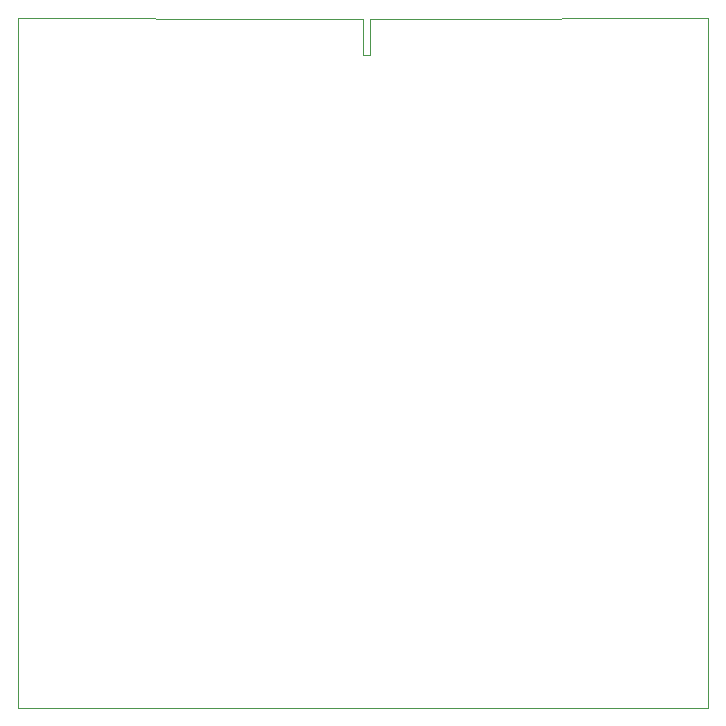
<source format=gbr>
%TF.GenerationSoftware,KiCad,Pcbnew,7.0.8-7.0.8~ubuntu22.04.1*%
%TF.CreationDate,2023-10-21T10:39:40-04:00*%
%TF.ProjectId,DDRN_Hardware,4444524e-5f48-4617-9264-776172652e6b,rev?*%
%TF.SameCoordinates,Original*%
%TF.FileFunction,Profile,NP*%
%FSLAX46Y46*%
G04 Gerber Fmt 4.6, Leading zero omitted, Abs format (unit mm)*
G04 Created by KiCad (PCBNEW 7.0.8-7.0.8~ubuntu22.04.1) date 2023-10-21 10:39:40*
%MOMM*%
%LPD*%
G01*
G04 APERTURE LIST*
%TA.AperFunction,Profile*%
%ADD10C,0.100000*%
%TD*%
%TA.AperFunction,Profile*%
%ADD11C,0.050000*%
%TD*%
G04 APERTURE END LIST*
D10*
X109220000Y-73660000D02*
X132700000Y-73700000D01*
X109220000Y-132080000D02*
X109220000Y-73660000D01*
X167640000Y-132080000D02*
X109220000Y-132080000D01*
X167640000Y-73660000D02*
X167640000Y-132080000D01*
X142700000Y-73700000D02*
X167640000Y-73660000D01*
D11*
%TO.C,J8*%
X138400000Y-73700000D02*
X132700000Y-73700000D01*
X138400000Y-76800000D02*
X138400000Y-73700000D01*
X139000000Y-73700000D02*
X139000000Y-76800000D01*
X139000000Y-73700000D02*
X142700000Y-73700000D01*
X139000000Y-76800000D02*
X138400000Y-76800000D01*
%TD*%
M02*

</source>
